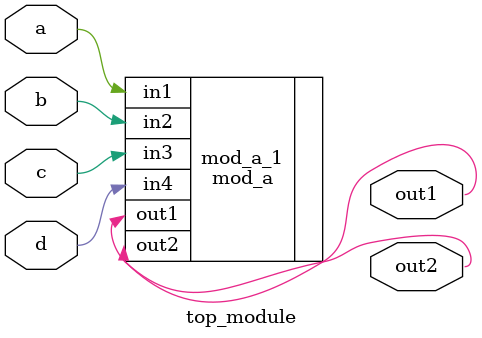
<source format=v>
module top_module ( 
    input a, 
    input b, 
    input c,
    input d,
    output out1,
    output out2
);
    
    mod_a mod_a_1(.out1(out1), .out2(out2), .in1(a), .in2(b), .in3(c), .in4(d));

endmodule
</source>
